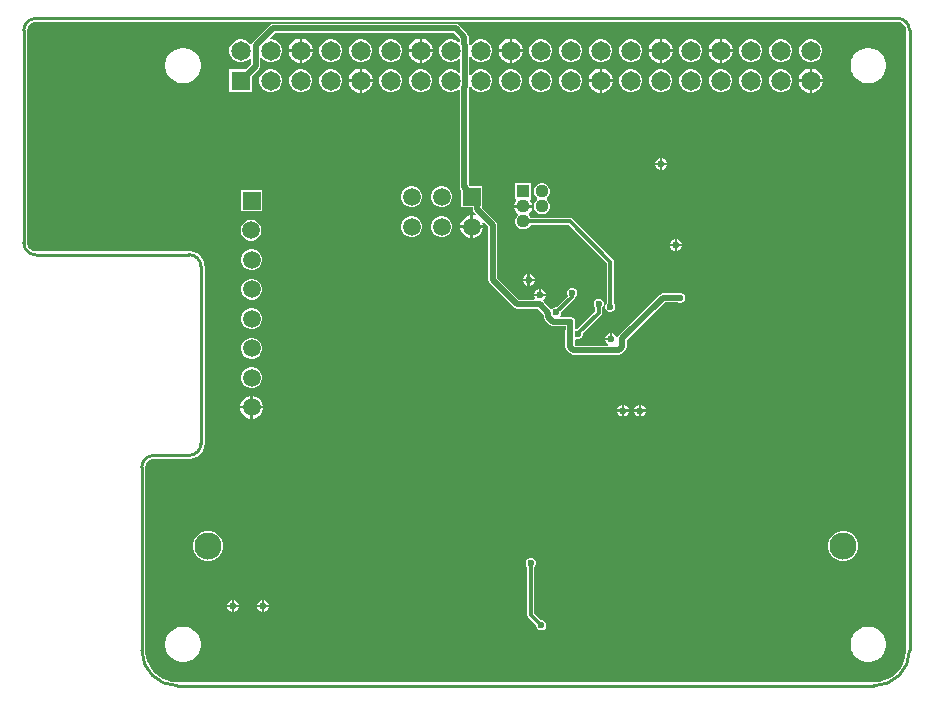
<source format=gbl>
G04*
G04 #@! TF.GenerationSoftware,Altium Limited,Altium Designer,21.1.1 (26)*
G04*
G04 Layer_Physical_Order=2*
G04 Layer_Color=16711680*
%FSAX25Y25*%
%MOIN*%
G70*
G04*
G04 #@! TF.SameCoordinates,385E19C8-3E5E-4D6B-97ED-1EBFA2F8C446*
G04*
G04*
G04 #@! TF.FilePolarity,Positive*
G04*
G01*
G75*
%ADD10C,0.01181*%
%ADD15C,0.01000*%
%ADD32C,0.09055*%
%ADD38C,0.06496*%
%ADD39R,0.06496X0.06496*%
%ADD43C,0.01968*%
%ADD45C,0.05937*%
%ADD46R,0.05937X0.05937*%
%ADD47C,0.04370*%
%ADD48R,0.04370X0.04370*%
%ADD49R,0.05937X0.05937*%
%ADD50C,0.02362*%
G36*
X-0035433Y0221237D02*
X0251969D01*
X0252238Y0221237D01*
X0252766Y0221132D01*
X0253263Y0220926D01*
X0253711Y0220627D01*
X0254091Y0220246D01*
X0254390Y0219798D01*
X0254596Y0219301D01*
X0254701Y0218773D01*
Y0218504D01*
Y0011811D01*
Y0011116D01*
X0254520Y0009737D01*
X0254160Y0008394D01*
X0253628Y0007110D01*
X0252933Y0005906D01*
X0252086Y0004803D01*
X0251103Y0003819D01*
X0250000Y0002973D01*
X0248796Y0002278D01*
X0247511Y0001746D01*
X0246168Y0001386D01*
X0244790Y0001204D01*
X0011116D01*
X0009737Y0001386D01*
X0008394Y0001746D01*
X0007110Y0002278D01*
X0005906Y0002973D01*
X0004803Y0003819D01*
X0003819Y0004803D01*
X0002973Y0005906D01*
X0002278Y0007110D01*
X0001746Y0008394D01*
X0001386Y0009737D01*
X0001204Y0011116D01*
Y0011811D01*
Y0072835D01*
Y0073104D01*
X0001309Y0073632D01*
X0001515Y0074129D01*
X0001814Y0074577D01*
X0002195Y0074957D01*
X0002643Y0075256D01*
X0003140Y0075463D01*
X0003668Y0075568D01*
X0003937Y0075568D01*
X0015748D01*
X0015777Y0075573D01*
X0015807Y0075569D01*
X0016193Y0075588D01*
X0016280Y0075610D01*
X0016369D01*
X0017126Y0075760D01*
X0017235Y0075805D01*
X0017352Y0075829D01*
X0018065Y0076124D01*
X0018163Y0076190D01*
X0018273Y0076235D01*
X0018915Y0076664D01*
X0018999Y0076748D01*
X0019097Y0076814D01*
X0019643Y0077359D01*
X0019709Y0077458D01*
X0019793Y0077542D01*
X0020221Y0078184D01*
X0020267Y0078293D01*
X0020333Y0078392D01*
X0020628Y0079105D01*
X0020651Y0079221D01*
X0020697Y0079331D01*
X0020847Y0080088D01*
Y0080177D01*
X0020869Y0080264D01*
X0020888Y0080650D01*
X0020883Y0080679D01*
X0020889Y0080709D01*
Y0139764D01*
X0020883Y0139793D01*
X0020888Y0139823D01*
X0020869Y0140209D01*
X0020847Y0140295D01*
Y0140385D01*
X0020697Y0141142D01*
X0020651Y0141251D01*
X0020628Y0141367D01*
X0020333Y0142080D01*
X0020267Y0142179D01*
X0020221Y0142289D01*
X0019793Y0142930D01*
X0019709Y0143014D01*
X0019643Y0143113D01*
X0019097Y0143659D01*
X0018999Y0143725D01*
X0018915Y0143808D01*
X0018273Y0144237D01*
X0018163Y0144282D01*
X0018065Y0144349D01*
X0017352Y0144644D01*
X0017235Y0144667D01*
X0017126Y0144712D01*
X0016369Y0144863D01*
X0016280D01*
X0016193Y0144885D01*
X0015807Y0144904D01*
X0015777Y0144899D01*
X0015748Y0144905D01*
X-0035702D01*
X-0036230Y0145010D01*
X-0036727Y0145216D01*
X-0037175Y0145515D01*
X-0037556Y0145896D01*
X-0037855Y0146343D01*
X-0038061Y0146841D01*
X-0038166Y0147369D01*
Y0147638D01*
Y0218504D01*
Y0218773D01*
X-0038061Y0219301D01*
X-0037855Y0219798D01*
X-0037556Y0220246D01*
X-0037175Y0220627D01*
X-0036727Y0220926D01*
X-0036230Y0221132D01*
X-0035702Y0221237D01*
X-0035433Y0221237D01*
D02*
G37*
%LPC*%
G36*
X0104724Y0220600D02*
X0043673D01*
X0043097Y0220485D01*
X0042609Y0220159D01*
X0036928Y0214478D01*
X0036601Y0213990D01*
X0036581Y0213889D01*
X0036054Y0213801D01*
X0035946Y0213989D01*
X0035249Y0214686D01*
X0034396Y0215178D01*
X0033445Y0215433D01*
X0032460D01*
X0031509Y0215178D01*
X0030656Y0214686D01*
X0029960Y0213989D01*
X0029467Y0213137D01*
X0029213Y0212185D01*
Y0211200D01*
X0029467Y0210249D01*
X0029960Y0209396D01*
X0030656Y0208700D01*
X0031509Y0208208D01*
X0032460Y0207953D01*
X0033445D01*
X0034396Y0208208D01*
X0035249Y0208700D01*
X0035946Y0209396D01*
X0035987Y0209468D01*
X0036487Y0209334D01*
Y0207356D01*
X0034564Y0205433D01*
X0029213D01*
Y0197953D01*
X0036693D01*
Y0203304D01*
X0039057Y0205668D01*
X0039057Y0205668D01*
X0039383Y0206156D01*
X0039497Y0206732D01*
X0039497Y0206732D01*
Y0209273D01*
X0039703Y0209328D01*
X0039997Y0209359D01*
X0040656Y0208700D01*
X0041509Y0208208D01*
X0042460Y0207953D01*
X0043445D01*
X0044396Y0208208D01*
X0045249Y0208700D01*
X0045946Y0209396D01*
X0046438Y0210249D01*
X0046693Y0211200D01*
Y0212185D01*
X0046438Y0213137D01*
X0045946Y0213989D01*
X0045249Y0214686D01*
X0044396Y0215178D01*
X0043445Y0215433D01*
X0042847D01*
X0042640Y0215933D01*
X0044297Y0217589D01*
X0104101D01*
X0105975Y0215715D01*
Y0214667D01*
X0105475Y0214460D01*
X0105249Y0214686D01*
X0104396Y0215178D01*
X0103445Y0215433D01*
X0102460D01*
X0101509Y0215178D01*
X0100656Y0214686D01*
X0099960Y0213989D01*
X0099467Y0213137D01*
X0099213Y0212185D01*
Y0211200D01*
X0099467Y0210249D01*
X0099960Y0209396D01*
X0100656Y0208700D01*
X0101509Y0208208D01*
X0102460Y0207953D01*
X0103445D01*
X0104396Y0208208D01*
X0105249Y0208700D01*
X0105672Y0209123D01*
X0106172Y0208915D01*
Y0204470D01*
X0105672Y0204263D01*
X0105249Y0204686D01*
X0104396Y0205178D01*
X0103445Y0205433D01*
X0102460D01*
X0101509Y0205178D01*
X0100656Y0204686D01*
X0099960Y0203989D01*
X0099467Y0203137D01*
X0099213Y0202185D01*
Y0201201D01*
X0099467Y0200249D01*
X0099960Y0199396D01*
X0100656Y0198700D01*
X0101509Y0198208D01*
X0102460Y0197953D01*
X0103445D01*
X0104396Y0198208D01*
X0105249Y0198700D01*
X0105475Y0198926D01*
X0105975Y0198719D01*
Y0166208D01*
X0106090Y0165632D01*
X0106412Y0165150D01*
Y0165055D01*
X0106441Y0164910D01*
Y0159610D01*
X0110283D01*
Y0158782D01*
X0110398Y0158206D01*
X0110724Y0157718D01*
X0111354Y0157088D01*
X0111096Y0156639D01*
X0110396Y0156827D01*
X0110295D01*
Y0153465D01*
X0113657D01*
Y0153565D01*
X0113470Y0154265D01*
X0113918Y0154524D01*
X0115522Y0152920D01*
Y0135256D01*
X0115637Y0134680D01*
X0115963Y0134192D01*
X0124037Y0126117D01*
X0124526Y0125791D01*
X0125102Y0125676D01*
X0131898D01*
X0131912Y0125671D01*
X0133954Y0123629D01*
Y0123024D01*
X0134068Y0122448D01*
X0134395Y0121959D01*
X0136132Y0120222D01*
X0136621Y0119895D01*
X0137197Y0119781D01*
X0137197Y0119781D01*
X0141238D01*
Y0118659D01*
X0141211Y0118522D01*
Y0112964D01*
X0141326Y0112388D01*
X0141652Y0111900D01*
X0142805Y0110747D01*
X0143294Y0110420D01*
X0143870Y0110306D01*
X0158985D01*
X0159561Y0110420D01*
X0160049Y0110747D01*
X0161127Y0111824D01*
X0161453Y0112313D01*
X0161568Y0112889D01*
Y0114440D01*
X0161811Y0115027D01*
Y0115279D01*
X0174310Y0127778D01*
X0178789D01*
X0179195Y0127610D01*
X0179860D01*
X0180475Y0127864D01*
X0180946Y0128335D01*
X0181201Y0128950D01*
Y0129616D01*
X0180946Y0130231D01*
X0180475Y0130701D01*
X0179860Y0130956D01*
X0179195D01*
X0178789Y0130788D01*
X0173686D01*
X0173110Y0130674D01*
X0172622Y0130347D01*
X0159149Y0116874D01*
X0158873Y0116462D01*
X0158719Y0116308D01*
X0158717Y0116302D01*
X0158176Y0116302D01*
X0158032Y0116651D01*
X0157478Y0117204D01*
X0156756Y0117503D01*
Y0115536D01*
X0156363D01*
Y0115142D01*
X0154395D01*
X0154694Y0114420D01*
X0155248Y0113867D01*
X0155369Y0113816D01*
X0155270Y0113316D01*
X0144493D01*
X0144222Y0113588D01*
Y0115357D01*
X0144722Y0115683D01*
X0145041Y0115551D01*
X0145707D01*
X0146322Y0115806D01*
X0146792Y0116277D01*
X0147047Y0116892D01*
Y0117533D01*
X0153044Y0123530D01*
X0153284Y0123889D01*
X0153368Y0124311D01*
Y0126100D01*
X0153682Y0126414D01*
X0153937Y0127029D01*
Y0127695D01*
X0153682Y0128310D01*
X0153212Y0128781D01*
X0152597Y0129035D01*
X0151931D01*
X0151316Y0128781D01*
X0150845Y0128310D01*
X0150591Y0127695D01*
Y0127029D01*
X0150845Y0126414D01*
X0151160Y0126100D01*
Y0124768D01*
X0145289Y0118898D01*
X0145041D01*
X0144749Y0118777D01*
X0144249Y0119111D01*
Y0120366D01*
X0144492Y0120953D01*
Y0121619D01*
X0144238Y0122234D01*
X0143767Y0122705D01*
X0143152Y0122959D01*
X0142486D01*
X0142081Y0122791D01*
X0139394D01*
X0139381Y0122811D01*
X0139240Y0123291D01*
X0139608Y0123659D01*
X0139862Y0124274D01*
Y0124718D01*
X0144055Y0128911D01*
X0144294Y0129269D01*
X0144329Y0129446D01*
X0144448Y0129495D01*
X0144919Y0129965D01*
X0145174Y0130580D01*
Y0131246D01*
X0144919Y0131861D01*
X0144448Y0132332D01*
X0143833Y0132586D01*
X0143167D01*
X0142552Y0132332D01*
X0142082Y0131861D01*
X0141827Y0131246D01*
Y0130580D01*
X0142054Y0130032D01*
X0138301Y0126279D01*
X0137856D01*
X0137241Y0126025D01*
X0136880Y0125663D01*
X0136388Y0125584D01*
X0136246Y0125594D01*
X0134041Y0127799D01*
X0133956Y0128005D01*
X0133774Y0128471D01*
X0134327Y0129024D01*
X0134626Y0129746D01*
X0130691D01*
X0130922Y0129187D01*
X0130674Y0128687D01*
X0125725D01*
X0118533Y0135879D01*
Y0153543D01*
X0118533Y0153543D01*
X0118418Y0154119D01*
X0118092Y0154608D01*
X0118092Y0154608D01*
X0113523Y0159177D01*
X0113362Y0159610D01*
X0113362Y0159610D01*
X0113362D01*
X0113362Y0159610D01*
Y0166532D01*
X0109185D01*
X0108986Y0166830D01*
Y0199037D01*
X0109068Y0199160D01*
X0109183Y0199736D01*
Y0199743D01*
X0109683Y0199877D01*
X0109960Y0199396D01*
X0110656Y0198700D01*
X0111509Y0198208D01*
X0112460Y0197953D01*
X0113445D01*
X0114396Y0198208D01*
X0115249Y0198700D01*
X0115946Y0199396D01*
X0116438Y0200249D01*
X0116693Y0201201D01*
Y0202185D01*
X0116438Y0203137D01*
X0115946Y0203989D01*
X0115249Y0204686D01*
X0114396Y0205178D01*
X0113445Y0205433D01*
X0112460D01*
X0111509Y0205178D01*
X0110656Y0204686D01*
X0109960Y0203989D01*
X0109683Y0203509D01*
X0109183Y0203643D01*
Y0209743D01*
X0109683Y0209877D01*
X0109960Y0209396D01*
X0110656Y0208700D01*
X0111509Y0208208D01*
X0112460Y0207953D01*
X0113445D01*
X0114396Y0208208D01*
X0115249Y0208700D01*
X0115946Y0209396D01*
X0116438Y0210249D01*
X0116693Y0211200D01*
Y0212185D01*
X0116438Y0213137D01*
X0115946Y0213989D01*
X0115249Y0214686D01*
X0114396Y0215178D01*
X0113445Y0215433D01*
X0112460D01*
X0111509Y0215178D01*
X0110656Y0214686D01*
X0109960Y0213989D01*
X0109683Y0213509D01*
X0109183Y0213643D01*
Y0213650D01*
X0109068Y0214226D01*
X0108986Y0214349D01*
Y0216338D01*
X0108986Y0216339D01*
X0108871Y0216915D01*
X0108545Y0217403D01*
X0108545Y0217403D01*
X0105789Y0220159D01*
X0105300Y0220485D01*
X0104724Y0220600D01*
D02*
G37*
G36*
X0173484Y0215728D02*
X0173346D01*
Y0212087D01*
X0176988D01*
Y0212224D01*
X0176713Y0213250D01*
X0176182Y0214171D01*
X0175431Y0214922D01*
X0174510Y0215453D01*
X0173484Y0215728D01*
D02*
G37*
G36*
X0123484D02*
X0123346D01*
Y0212087D01*
X0126988D01*
Y0212224D01*
X0126713Y0213250D01*
X0126182Y0214171D01*
X0125431Y0214922D01*
X0124510Y0215453D01*
X0123484Y0215728D01*
D02*
G37*
G36*
X0093484D02*
X0093347D01*
Y0212087D01*
X0096988D01*
Y0212224D01*
X0096713Y0213250D01*
X0096182Y0214171D01*
X0095431Y0214922D01*
X0094510Y0215453D01*
X0093484Y0215728D01*
D02*
G37*
G36*
X0053484D02*
X0053347D01*
Y0212087D01*
X0056988D01*
Y0212224D01*
X0056713Y0213250D01*
X0056182Y0214171D01*
X0055431Y0214922D01*
X0054510Y0215453D01*
X0053484Y0215728D01*
D02*
G37*
G36*
X0193484D02*
X0193347D01*
Y0212087D01*
X0196988D01*
Y0212224D01*
X0196713Y0213250D01*
X0196182Y0214171D01*
X0195431Y0214922D01*
X0194510Y0215453D01*
X0193484Y0215728D01*
D02*
G37*
G36*
X0172559D02*
X0172422D01*
X0171395Y0215453D01*
X0170475Y0214922D01*
X0169724Y0214171D01*
X0169192Y0213250D01*
X0168917Y0212224D01*
Y0212087D01*
X0172559D01*
Y0215728D01*
D02*
G37*
G36*
X0122559D02*
X0122422D01*
X0121395Y0215453D01*
X0120475Y0214922D01*
X0119724Y0214171D01*
X0119192Y0213250D01*
X0118917Y0212224D01*
Y0212087D01*
X0122559D01*
Y0215728D01*
D02*
G37*
G36*
X0092559D02*
X0092422D01*
X0091395Y0215453D01*
X0090475Y0214922D01*
X0089724Y0214171D01*
X0089192Y0213250D01*
X0088917Y0212224D01*
Y0212087D01*
X0092559D01*
Y0215728D01*
D02*
G37*
G36*
X0052559D02*
X0052421D01*
X0051395Y0215453D01*
X0050475Y0214922D01*
X0049724Y0214171D01*
X0049192Y0213250D01*
X0048917Y0212224D01*
Y0212087D01*
X0052559D01*
Y0215728D01*
D02*
G37*
G36*
X0192559D02*
X0192421D01*
X0191395Y0215453D01*
X0190475Y0214922D01*
X0189724Y0214171D01*
X0189192Y0213250D01*
X0188917Y0212224D01*
Y0212087D01*
X0192559D01*
Y0215728D01*
D02*
G37*
G36*
X0223445Y0215433D02*
X0222460D01*
X0221509Y0215178D01*
X0220656Y0214686D01*
X0219960Y0213989D01*
X0219467Y0213137D01*
X0219213Y0212185D01*
Y0211200D01*
X0219467Y0210249D01*
X0219960Y0209396D01*
X0220656Y0208700D01*
X0221509Y0208208D01*
X0222460Y0207953D01*
X0223445D01*
X0224396Y0208208D01*
X0225249Y0208700D01*
X0225946Y0209396D01*
X0226438Y0210249D01*
X0226693Y0211200D01*
Y0212185D01*
X0226438Y0213137D01*
X0225946Y0213989D01*
X0225249Y0214686D01*
X0224396Y0215178D01*
X0223445Y0215433D01*
D02*
G37*
G36*
X0213445D02*
X0212460D01*
X0211509Y0215178D01*
X0210656Y0214686D01*
X0209960Y0213989D01*
X0209468Y0213137D01*
X0209213Y0212185D01*
Y0211200D01*
X0209468Y0210249D01*
X0209960Y0209396D01*
X0210656Y0208700D01*
X0211509Y0208208D01*
X0212460Y0207953D01*
X0213445D01*
X0214396Y0208208D01*
X0215249Y0208700D01*
X0215946Y0209396D01*
X0216438Y0210249D01*
X0216693Y0211200D01*
Y0212185D01*
X0216438Y0213137D01*
X0215946Y0213989D01*
X0215249Y0214686D01*
X0214396Y0215178D01*
X0213445Y0215433D01*
D02*
G37*
G36*
X0203445D02*
X0202460D01*
X0201509Y0215178D01*
X0200656Y0214686D01*
X0199960Y0213989D01*
X0199468Y0213137D01*
X0199213Y0212185D01*
Y0211200D01*
X0199468Y0210249D01*
X0199960Y0209396D01*
X0200656Y0208700D01*
X0201509Y0208208D01*
X0202460Y0207953D01*
X0203445D01*
X0204396Y0208208D01*
X0205249Y0208700D01*
X0205946Y0209396D01*
X0206438Y0210249D01*
X0206693Y0211200D01*
Y0212185D01*
X0206438Y0213137D01*
X0205946Y0213989D01*
X0205249Y0214686D01*
X0204396Y0215178D01*
X0203445Y0215433D01*
D02*
G37*
G36*
X0183445D02*
X0182460D01*
X0181509Y0215178D01*
X0180656Y0214686D01*
X0179960Y0213989D01*
X0179467Y0213137D01*
X0179213Y0212185D01*
Y0211200D01*
X0179467Y0210249D01*
X0179960Y0209396D01*
X0180656Y0208700D01*
X0181509Y0208208D01*
X0182460Y0207953D01*
X0183445D01*
X0184396Y0208208D01*
X0185249Y0208700D01*
X0185946Y0209396D01*
X0186438Y0210249D01*
X0186693Y0211200D01*
Y0212185D01*
X0186438Y0213137D01*
X0185946Y0213989D01*
X0185249Y0214686D01*
X0184396Y0215178D01*
X0183445Y0215433D01*
D02*
G37*
G36*
X0163445D02*
X0162460D01*
X0161509Y0215178D01*
X0160656Y0214686D01*
X0159960Y0213989D01*
X0159467Y0213137D01*
X0159213Y0212185D01*
Y0211200D01*
X0159467Y0210249D01*
X0159960Y0209396D01*
X0160656Y0208700D01*
X0161509Y0208208D01*
X0162460Y0207953D01*
X0163445D01*
X0164396Y0208208D01*
X0165249Y0208700D01*
X0165946Y0209396D01*
X0166438Y0210249D01*
X0166693Y0211200D01*
Y0212185D01*
X0166438Y0213137D01*
X0165946Y0213989D01*
X0165249Y0214686D01*
X0164396Y0215178D01*
X0163445Y0215433D01*
D02*
G37*
G36*
X0153445D02*
X0152460D01*
X0151509Y0215178D01*
X0150656Y0214686D01*
X0149960Y0213989D01*
X0149468Y0213137D01*
X0149213Y0212185D01*
Y0211200D01*
X0149468Y0210249D01*
X0149960Y0209396D01*
X0150656Y0208700D01*
X0151509Y0208208D01*
X0152460Y0207953D01*
X0153445D01*
X0154396Y0208208D01*
X0155249Y0208700D01*
X0155946Y0209396D01*
X0156438Y0210249D01*
X0156693Y0211200D01*
Y0212185D01*
X0156438Y0213137D01*
X0155946Y0213989D01*
X0155249Y0214686D01*
X0154396Y0215178D01*
X0153445Y0215433D01*
D02*
G37*
G36*
X0143445D02*
X0142460D01*
X0141509Y0215178D01*
X0140656Y0214686D01*
X0139960Y0213989D01*
X0139468Y0213137D01*
X0139213Y0212185D01*
Y0211200D01*
X0139468Y0210249D01*
X0139960Y0209396D01*
X0140656Y0208700D01*
X0141509Y0208208D01*
X0142460Y0207953D01*
X0143445D01*
X0144396Y0208208D01*
X0145249Y0208700D01*
X0145946Y0209396D01*
X0146438Y0210249D01*
X0146693Y0211200D01*
Y0212185D01*
X0146438Y0213137D01*
X0145946Y0213989D01*
X0145249Y0214686D01*
X0144396Y0215178D01*
X0143445Y0215433D01*
D02*
G37*
G36*
X0133445D02*
X0132460D01*
X0131509Y0215178D01*
X0130656Y0214686D01*
X0129960Y0213989D01*
X0129467Y0213137D01*
X0129213Y0212185D01*
Y0211200D01*
X0129467Y0210249D01*
X0129960Y0209396D01*
X0130656Y0208700D01*
X0131509Y0208208D01*
X0132460Y0207953D01*
X0133445D01*
X0134396Y0208208D01*
X0135249Y0208700D01*
X0135946Y0209396D01*
X0136438Y0210249D01*
X0136693Y0211200D01*
Y0212185D01*
X0136438Y0213137D01*
X0135946Y0213989D01*
X0135249Y0214686D01*
X0134396Y0215178D01*
X0133445Y0215433D01*
D02*
G37*
G36*
X0083445D02*
X0082460D01*
X0081509Y0215178D01*
X0080656Y0214686D01*
X0079960Y0213989D01*
X0079467Y0213137D01*
X0079213Y0212185D01*
Y0211200D01*
X0079467Y0210249D01*
X0079960Y0209396D01*
X0080656Y0208700D01*
X0081509Y0208208D01*
X0082460Y0207953D01*
X0083445D01*
X0084396Y0208208D01*
X0085249Y0208700D01*
X0085946Y0209396D01*
X0086438Y0210249D01*
X0086693Y0211200D01*
Y0212185D01*
X0086438Y0213137D01*
X0085946Y0213989D01*
X0085249Y0214686D01*
X0084396Y0215178D01*
X0083445Y0215433D01*
D02*
G37*
G36*
X0073445D02*
X0072460D01*
X0071509Y0215178D01*
X0070656Y0214686D01*
X0069960Y0213989D01*
X0069468Y0213137D01*
X0069213Y0212185D01*
Y0211200D01*
X0069468Y0210249D01*
X0069960Y0209396D01*
X0070656Y0208700D01*
X0071509Y0208208D01*
X0072460Y0207953D01*
X0073445D01*
X0074396Y0208208D01*
X0075249Y0208700D01*
X0075946Y0209396D01*
X0076438Y0210249D01*
X0076693Y0211200D01*
Y0212185D01*
X0076438Y0213137D01*
X0075946Y0213989D01*
X0075249Y0214686D01*
X0074396Y0215178D01*
X0073445Y0215433D01*
D02*
G37*
G36*
X0063445D02*
X0062460D01*
X0061509Y0215178D01*
X0060656Y0214686D01*
X0059960Y0213989D01*
X0059468Y0213137D01*
X0059213Y0212185D01*
Y0211200D01*
X0059468Y0210249D01*
X0059960Y0209396D01*
X0060656Y0208700D01*
X0061509Y0208208D01*
X0062460Y0207953D01*
X0063445D01*
X0064396Y0208208D01*
X0065249Y0208700D01*
X0065946Y0209396D01*
X0066438Y0210249D01*
X0066693Y0211200D01*
Y0212185D01*
X0066438Y0213137D01*
X0065946Y0213989D01*
X0065249Y0214686D01*
X0064396Y0215178D01*
X0063445Y0215433D01*
D02*
G37*
G36*
X0196988Y0211299D02*
X0193347D01*
Y0207658D01*
X0193484D01*
X0194510Y0207932D01*
X0195431Y0208464D01*
X0196182Y0209215D01*
X0196713Y0210135D01*
X0196988Y0211162D01*
Y0211299D01*
D02*
G37*
G36*
X0192559D02*
X0188917D01*
Y0211162D01*
X0189192Y0210135D01*
X0189724Y0209215D01*
X0190475Y0208464D01*
X0191395Y0207932D01*
X0192421Y0207658D01*
X0192559D01*
Y0211299D01*
D02*
G37*
G36*
X0176988D02*
X0173346D01*
Y0207658D01*
X0173484D01*
X0174510Y0207932D01*
X0175431Y0208464D01*
X0176182Y0209215D01*
X0176713Y0210135D01*
X0176988Y0211162D01*
Y0211299D01*
D02*
G37*
G36*
X0172559D02*
X0168917D01*
Y0211162D01*
X0169192Y0210135D01*
X0169724Y0209215D01*
X0170475Y0208464D01*
X0171395Y0207932D01*
X0172422Y0207658D01*
X0172559D01*
Y0211299D01*
D02*
G37*
G36*
X0126988D02*
X0123346D01*
Y0207658D01*
X0123484D01*
X0124510Y0207932D01*
X0125431Y0208464D01*
X0126182Y0209215D01*
X0126713Y0210135D01*
X0126988Y0211162D01*
Y0211299D01*
D02*
G37*
G36*
X0122559D02*
X0118917D01*
Y0211162D01*
X0119192Y0210135D01*
X0119724Y0209215D01*
X0120475Y0208464D01*
X0121395Y0207932D01*
X0122422Y0207658D01*
X0122559D01*
Y0211299D01*
D02*
G37*
G36*
X0096988D02*
X0093347D01*
Y0207658D01*
X0093484D01*
X0094510Y0207932D01*
X0095431Y0208464D01*
X0096182Y0209215D01*
X0096713Y0210135D01*
X0096988Y0211162D01*
Y0211299D01*
D02*
G37*
G36*
X0092559D02*
X0088917D01*
Y0211162D01*
X0089192Y0210135D01*
X0089724Y0209215D01*
X0090475Y0208464D01*
X0091395Y0207932D01*
X0092422Y0207658D01*
X0092559D01*
Y0211299D01*
D02*
G37*
G36*
X0056988D02*
X0053347D01*
Y0207658D01*
X0053484D01*
X0054510Y0207932D01*
X0055431Y0208464D01*
X0056182Y0209215D01*
X0056713Y0210135D01*
X0056988Y0211162D01*
Y0211299D01*
D02*
G37*
G36*
X0052559D02*
X0048917D01*
Y0211162D01*
X0049192Y0210135D01*
X0049724Y0209215D01*
X0050475Y0208464D01*
X0051395Y0207932D01*
X0052421Y0207658D01*
X0052559D01*
Y0211299D01*
D02*
G37*
G36*
X0073484Y0205728D02*
X0073347D01*
Y0202087D01*
X0076988D01*
Y0202224D01*
X0076713Y0203251D01*
X0076182Y0204171D01*
X0075431Y0204922D01*
X0074510Y0205453D01*
X0073484Y0205728D01*
D02*
G37*
G36*
X0223484D02*
X0223346D01*
Y0202087D01*
X0226988D01*
Y0202224D01*
X0226713Y0203251D01*
X0226182Y0204171D01*
X0225431Y0204922D01*
X0224510Y0205453D01*
X0223484Y0205728D01*
D02*
G37*
G36*
X0153484D02*
X0153347D01*
Y0202087D01*
X0156988D01*
Y0202224D01*
X0156713Y0203251D01*
X0156182Y0204171D01*
X0155431Y0204922D01*
X0154510Y0205453D01*
X0153484Y0205728D01*
D02*
G37*
G36*
X0072559D02*
X0072421D01*
X0071395Y0205453D01*
X0070475Y0204922D01*
X0069724Y0204171D01*
X0069192Y0203251D01*
X0068917Y0202224D01*
Y0202087D01*
X0072559D01*
Y0205728D01*
D02*
G37*
G36*
X0222559D02*
X0222422D01*
X0221395Y0205453D01*
X0220475Y0204922D01*
X0219724Y0204171D01*
X0219192Y0203251D01*
X0218917Y0202224D01*
Y0202087D01*
X0222559D01*
Y0205728D01*
D02*
G37*
G36*
X0152559D02*
X0152421D01*
X0151395Y0205453D01*
X0150475Y0204922D01*
X0149724Y0204171D01*
X0149192Y0203251D01*
X0148917Y0202224D01*
Y0202087D01*
X0152559D01*
Y0205728D01*
D02*
G37*
G36*
X0242708Y0212598D02*
X0241544D01*
X0240403Y0212371D01*
X0239329Y0211926D01*
X0238361Y0211280D01*
X0237539Y0210457D01*
X0236893Y0209490D01*
X0236447Y0208416D01*
X0236221Y0207275D01*
Y0206111D01*
X0236447Y0204970D01*
X0236893Y0203896D01*
X0237539Y0202928D01*
X0238361Y0202106D01*
X0239329Y0201460D01*
X0240403Y0201014D01*
X0241544Y0200787D01*
X0242708D01*
X0243848Y0201014D01*
X0244923Y0201460D01*
X0245890Y0202106D01*
X0246713Y0202928D01*
X0247359Y0203896D01*
X0247804Y0204970D01*
X0248031Y0206111D01*
Y0207275D01*
X0247804Y0208416D01*
X0247359Y0209490D01*
X0246713Y0210457D01*
X0245890Y0211280D01*
X0244923Y0211926D01*
X0243848Y0212371D01*
X0242708Y0212598D01*
D02*
G37*
G36*
X0014361D02*
X0013198D01*
X0012057Y0212371D01*
X0010982Y0211926D01*
X0010015Y0211280D01*
X0009192Y0210457D01*
X0008546Y0209490D01*
X0008101Y0208416D01*
X0007874Y0207275D01*
Y0206111D01*
X0008101Y0204970D01*
X0008546Y0203896D01*
X0009192Y0202928D01*
X0010015Y0202106D01*
X0010982Y0201460D01*
X0012057Y0201014D01*
X0013198Y0200787D01*
X0014361D01*
X0015502Y0201014D01*
X0016577Y0201460D01*
X0017544Y0202106D01*
X0018367Y0202928D01*
X0019013Y0203896D01*
X0019458Y0204970D01*
X0019685Y0206111D01*
Y0207275D01*
X0019458Y0208416D01*
X0019013Y0209490D01*
X0018367Y0210457D01*
X0017544Y0211280D01*
X0016577Y0211926D01*
X0015502Y0212371D01*
X0014361Y0212598D01*
D02*
G37*
G36*
X0213445Y0205433D02*
X0212460D01*
X0211509Y0205178D01*
X0210656Y0204686D01*
X0209960Y0203989D01*
X0209468Y0203137D01*
X0209213Y0202185D01*
Y0201201D01*
X0209468Y0200249D01*
X0209960Y0199396D01*
X0210656Y0198700D01*
X0211509Y0198208D01*
X0212460Y0197953D01*
X0213445D01*
X0214396Y0198208D01*
X0215249Y0198700D01*
X0215946Y0199396D01*
X0216438Y0200249D01*
X0216693Y0201201D01*
Y0202185D01*
X0216438Y0203137D01*
X0215946Y0203989D01*
X0215249Y0204686D01*
X0214396Y0205178D01*
X0213445Y0205433D01*
D02*
G37*
G36*
X0203445D02*
X0202460D01*
X0201509Y0205178D01*
X0200656Y0204686D01*
X0199960Y0203989D01*
X0199468Y0203137D01*
X0199213Y0202185D01*
Y0201201D01*
X0199468Y0200249D01*
X0199960Y0199396D01*
X0200656Y0198700D01*
X0201509Y0198208D01*
X0202460Y0197953D01*
X0203445D01*
X0204396Y0198208D01*
X0205249Y0198700D01*
X0205946Y0199396D01*
X0206438Y0200249D01*
X0206693Y0201201D01*
Y0202185D01*
X0206438Y0203137D01*
X0205946Y0203989D01*
X0205249Y0204686D01*
X0204396Y0205178D01*
X0203445Y0205433D01*
D02*
G37*
G36*
X0193445D02*
X0192460D01*
X0191509Y0205178D01*
X0190656Y0204686D01*
X0189960Y0203989D01*
X0189468Y0203137D01*
X0189213Y0202185D01*
Y0201201D01*
X0189468Y0200249D01*
X0189960Y0199396D01*
X0190656Y0198700D01*
X0191509Y0198208D01*
X0192460Y0197953D01*
X0193445D01*
X0194396Y0198208D01*
X0195249Y0198700D01*
X0195946Y0199396D01*
X0196438Y0200249D01*
X0196693Y0201201D01*
Y0202185D01*
X0196438Y0203137D01*
X0195946Y0203989D01*
X0195249Y0204686D01*
X0194396Y0205178D01*
X0193445Y0205433D01*
D02*
G37*
G36*
X0183445D02*
X0182460D01*
X0181509Y0205178D01*
X0180656Y0204686D01*
X0179960Y0203989D01*
X0179467Y0203137D01*
X0179213Y0202185D01*
Y0201201D01*
X0179467Y0200249D01*
X0179960Y0199396D01*
X0180656Y0198700D01*
X0181509Y0198208D01*
X0182460Y0197953D01*
X0183445D01*
X0184396Y0198208D01*
X0185249Y0198700D01*
X0185946Y0199396D01*
X0186438Y0200249D01*
X0186693Y0201201D01*
Y0202185D01*
X0186438Y0203137D01*
X0185946Y0203989D01*
X0185249Y0204686D01*
X0184396Y0205178D01*
X0183445Y0205433D01*
D02*
G37*
G36*
X0173445D02*
X0172460D01*
X0171509Y0205178D01*
X0170656Y0204686D01*
X0169960Y0203989D01*
X0169467Y0203137D01*
X0169213Y0202185D01*
Y0201201D01*
X0169467Y0200249D01*
X0169960Y0199396D01*
X0170656Y0198700D01*
X0171509Y0198208D01*
X0172460Y0197953D01*
X0173445D01*
X0174396Y0198208D01*
X0175249Y0198700D01*
X0175946Y0199396D01*
X0176438Y0200249D01*
X0176693Y0201201D01*
Y0202185D01*
X0176438Y0203137D01*
X0175946Y0203989D01*
X0175249Y0204686D01*
X0174396Y0205178D01*
X0173445Y0205433D01*
D02*
G37*
G36*
X0163445D02*
X0162460D01*
X0161509Y0205178D01*
X0160656Y0204686D01*
X0159960Y0203989D01*
X0159467Y0203137D01*
X0159213Y0202185D01*
Y0201201D01*
X0159467Y0200249D01*
X0159960Y0199396D01*
X0160656Y0198700D01*
X0161509Y0198208D01*
X0162460Y0197953D01*
X0163445D01*
X0164396Y0198208D01*
X0165249Y0198700D01*
X0165946Y0199396D01*
X0166438Y0200249D01*
X0166693Y0201201D01*
Y0202185D01*
X0166438Y0203137D01*
X0165946Y0203989D01*
X0165249Y0204686D01*
X0164396Y0205178D01*
X0163445Y0205433D01*
D02*
G37*
G36*
X0143445D02*
X0142460D01*
X0141509Y0205178D01*
X0140656Y0204686D01*
X0139960Y0203989D01*
X0139468Y0203137D01*
X0139213Y0202185D01*
Y0201201D01*
X0139468Y0200249D01*
X0139960Y0199396D01*
X0140656Y0198700D01*
X0141509Y0198208D01*
X0142460Y0197953D01*
X0143445D01*
X0144396Y0198208D01*
X0145249Y0198700D01*
X0145946Y0199396D01*
X0146438Y0200249D01*
X0146693Y0201201D01*
Y0202185D01*
X0146438Y0203137D01*
X0145946Y0203989D01*
X0145249Y0204686D01*
X0144396Y0205178D01*
X0143445Y0205433D01*
D02*
G37*
G36*
X0133445D02*
X0132460D01*
X0131509Y0205178D01*
X0130656Y0204686D01*
X0129960Y0203989D01*
X0129467Y0203137D01*
X0129213Y0202185D01*
Y0201201D01*
X0129467Y0200249D01*
X0129960Y0199396D01*
X0130656Y0198700D01*
X0131509Y0198208D01*
X0132460Y0197953D01*
X0133445D01*
X0134396Y0198208D01*
X0135249Y0198700D01*
X0135946Y0199396D01*
X0136438Y0200249D01*
X0136693Y0201201D01*
Y0202185D01*
X0136438Y0203137D01*
X0135946Y0203989D01*
X0135249Y0204686D01*
X0134396Y0205178D01*
X0133445Y0205433D01*
D02*
G37*
G36*
X0123445D02*
X0122460D01*
X0121509Y0205178D01*
X0120656Y0204686D01*
X0119960Y0203989D01*
X0119467Y0203137D01*
X0119213Y0202185D01*
Y0201201D01*
X0119467Y0200249D01*
X0119960Y0199396D01*
X0120656Y0198700D01*
X0121509Y0198208D01*
X0122460Y0197953D01*
X0123445D01*
X0124396Y0198208D01*
X0125249Y0198700D01*
X0125946Y0199396D01*
X0126438Y0200249D01*
X0126693Y0201201D01*
Y0202185D01*
X0126438Y0203137D01*
X0125946Y0203989D01*
X0125249Y0204686D01*
X0124396Y0205178D01*
X0123445Y0205433D01*
D02*
G37*
G36*
X0093445D02*
X0092460D01*
X0091509Y0205178D01*
X0090656Y0204686D01*
X0089960Y0203989D01*
X0089468Y0203137D01*
X0089213Y0202185D01*
Y0201201D01*
X0089468Y0200249D01*
X0089960Y0199396D01*
X0090656Y0198700D01*
X0091509Y0198208D01*
X0092460Y0197953D01*
X0093445D01*
X0094396Y0198208D01*
X0095249Y0198700D01*
X0095946Y0199396D01*
X0096438Y0200249D01*
X0096693Y0201201D01*
Y0202185D01*
X0096438Y0203137D01*
X0095946Y0203989D01*
X0095249Y0204686D01*
X0094396Y0205178D01*
X0093445Y0205433D01*
D02*
G37*
G36*
X0083445D02*
X0082460D01*
X0081509Y0205178D01*
X0080656Y0204686D01*
X0079960Y0203989D01*
X0079467Y0203137D01*
X0079213Y0202185D01*
Y0201201D01*
X0079467Y0200249D01*
X0079960Y0199396D01*
X0080656Y0198700D01*
X0081509Y0198208D01*
X0082460Y0197953D01*
X0083445D01*
X0084396Y0198208D01*
X0085249Y0198700D01*
X0085946Y0199396D01*
X0086438Y0200249D01*
X0086693Y0201201D01*
Y0202185D01*
X0086438Y0203137D01*
X0085946Y0203989D01*
X0085249Y0204686D01*
X0084396Y0205178D01*
X0083445Y0205433D01*
D02*
G37*
G36*
X0063445D02*
X0062460D01*
X0061509Y0205178D01*
X0060656Y0204686D01*
X0059960Y0203989D01*
X0059468Y0203137D01*
X0059213Y0202185D01*
Y0201201D01*
X0059468Y0200249D01*
X0059960Y0199396D01*
X0060656Y0198700D01*
X0061509Y0198208D01*
X0062460Y0197953D01*
X0063445D01*
X0064396Y0198208D01*
X0065249Y0198700D01*
X0065946Y0199396D01*
X0066438Y0200249D01*
X0066693Y0201201D01*
Y0202185D01*
X0066438Y0203137D01*
X0065946Y0203989D01*
X0065249Y0204686D01*
X0064396Y0205178D01*
X0063445Y0205433D01*
D02*
G37*
G36*
X0053445D02*
X0052460D01*
X0051509Y0205178D01*
X0050656Y0204686D01*
X0049960Y0203989D01*
X0049468Y0203137D01*
X0049213Y0202185D01*
Y0201201D01*
X0049468Y0200249D01*
X0049960Y0199396D01*
X0050656Y0198700D01*
X0051509Y0198208D01*
X0052460Y0197953D01*
X0053445D01*
X0054396Y0198208D01*
X0055249Y0198700D01*
X0055946Y0199396D01*
X0056438Y0200249D01*
X0056693Y0201201D01*
Y0202185D01*
X0056438Y0203137D01*
X0055946Y0203989D01*
X0055249Y0204686D01*
X0054396Y0205178D01*
X0053445Y0205433D01*
D02*
G37*
G36*
X0043445D02*
X0042460D01*
X0041509Y0205178D01*
X0040656Y0204686D01*
X0039960Y0203989D01*
X0039467Y0203137D01*
X0039213Y0202185D01*
Y0201201D01*
X0039467Y0200249D01*
X0039960Y0199396D01*
X0040656Y0198700D01*
X0041509Y0198208D01*
X0042460Y0197953D01*
X0043445D01*
X0044396Y0198208D01*
X0045249Y0198700D01*
X0045946Y0199396D01*
X0046438Y0200249D01*
X0046693Y0201201D01*
Y0202185D01*
X0046438Y0203137D01*
X0045946Y0203989D01*
X0045249Y0204686D01*
X0044396Y0205178D01*
X0043445Y0205433D01*
D02*
G37*
G36*
X0226988Y0201299D02*
X0223346D01*
Y0197658D01*
X0223484D01*
X0224510Y0197933D01*
X0225431Y0198464D01*
X0226182Y0199215D01*
X0226713Y0200135D01*
X0226988Y0201162D01*
Y0201299D01*
D02*
G37*
G36*
X0222559D02*
X0218917D01*
Y0201162D01*
X0219192Y0200135D01*
X0219724Y0199215D01*
X0220475Y0198464D01*
X0221395Y0197933D01*
X0222422Y0197658D01*
X0222559D01*
Y0201299D01*
D02*
G37*
G36*
X0156988D02*
X0153347D01*
Y0197658D01*
X0153484D01*
X0154510Y0197933D01*
X0155431Y0198464D01*
X0156182Y0199215D01*
X0156713Y0200135D01*
X0156988Y0201162D01*
Y0201299D01*
D02*
G37*
G36*
X0152559D02*
X0148917D01*
Y0201162D01*
X0149192Y0200135D01*
X0149724Y0199215D01*
X0150475Y0198464D01*
X0151395Y0197933D01*
X0152421Y0197658D01*
X0152559D01*
Y0201299D01*
D02*
G37*
G36*
X0076988D02*
X0073347D01*
Y0197658D01*
X0073484D01*
X0074510Y0197933D01*
X0075431Y0198464D01*
X0076182Y0199215D01*
X0076713Y0200135D01*
X0076988Y0201162D01*
Y0201299D01*
D02*
G37*
G36*
X0072559D02*
X0068917D01*
Y0201162D01*
X0069192Y0200135D01*
X0069724Y0199215D01*
X0070475Y0198464D01*
X0071395Y0197933D01*
X0072421Y0197658D01*
X0072559D01*
Y0201299D01*
D02*
G37*
G36*
X0173512Y0175904D02*
Y0174330D01*
X0175086D01*
X0174787Y0175051D01*
X0174233Y0175605D01*
X0173512Y0175904D01*
D02*
G37*
G36*
X0172724D02*
X0172003Y0175605D01*
X0171449Y0175051D01*
X0171151Y0174330D01*
X0172724D01*
Y0175904D01*
D02*
G37*
G36*
X0175086Y0173543D02*
X0173512D01*
Y0171969D01*
X0174233Y0172268D01*
X0174787Y0172821D01*
X0175086Y0173543D01*
D02*
G37*
G36*
X0172724D02*
X0171151D01*
X0171449Y0172821D01*
X0172003Y0172268D01*
X0172724Y0171969D01*
Y0173543D01*
D02*
G37*
G36*
X0129831Y0167441D02*
X0124476D01*
Y0162087D01*
X0124619D01*
X0124811Y0161625D01*
X0124775Y0161589D01*
X0124384Y0160911D01*
X0124182Y0160158D01*
X0130125D01*
X0129923Y0160911D01*
X0129532Y0161589D01*
X0129496Y0161625D01*
X0129688Y0162087D01*
X0129831D01*
Y0167441D01*
D02*
G37*
G36*
X0100357Y0166532D02*
X0099446D01*
X0098566Y0166296D01*
X0097777Y0165840D01*
X0097132Y0165196D01*
X0096677Y0164407D01*
X0096441Y0163526D01*
Y0162615D01*
X0096677Y0161735D01*
X0097132Y0160946D01*
X0097777Y0160302D01*
X0098566Y0159846D01*
X0099446Y0159610D01*
X0100357D01*
X0101237Y0159846D01*
X0102026Y0160302D01*
X0102671Y0160946D01*
X0103126Y0161735D01*
X0103362Y0162615D01*
Y0163526D01*
X0103126Y0164407D01*
X0102671Y0165196D01*
X0102026Y0165840D01*
X0101237Y0166296D01*
X0100357Y0166532D01*
D02*
G37*
G36*
X0090357D02*
X0089446D01*
X0088566Y0166296D01*
X0087777Y0165840D01*
X0087132Y0165196D01*
X0086677Y0164407D01*
X0086441Y0163526D01*
Y0162615D01*
X0086677Y0161735D01*
X0087132Y0160946D01*
X0087777Y0160302D01*
X0088566Y0159846D01*
X0089446Y0159610D01*
X0090357D01*
X0091237Y0159846D01*
X0092026Y0160302D01*
X0092671Y0160946D01*
X0093126Y0161735D01*
X0093362Y0162615D01*
Y0163526D01*
X0093126Y0164407D01*
X0092671Y0165196D01*
X0092026Y0165840D01*
X0091237Y0166296D01*
X0090357Y0166532D01*
D02*
G37*
G36*
X0040075Y0165173D02*
X0033154D01*
Y0158252D01*
X0040075D01*
Y0165173D01*
D02*
G37*
G36*
X0133719Y0167441D02*
X0133014D01*
X0132333Y0167259D01*
X0131722Y0166906D01*
X0131224Y0166408D01*
X0130871Y0165797D01*
X0130689Y0165116D01*
Y0164411D01*
X0130871Y0163730D01*
X0131224Y0163120D01*
X0131722Y0162621D01*
X0131842Y0162552D01*
Y0161975D01*
X0131722Y0161906D01*
X0131224Y0161408D01*
X0130871Y0160797D01*
X0130689Y0160116D01*
Y0159411D01*
X0130871Y0158730D01*
X0131224Y0158120D01*
X0131722Y0157622D01*
X0132333Y0157269D01*
X0133014Y0157087D01*
X0133719D01*
X0134399Y0157269D01*
X0135010Y0157622D01*
X0135508Y0158120D01*
X0135861Y0158730D01*
X0136043Y0159411D01*
Y0160116D01*
X0135861Y0160797D01*
X0135508Y0161408D01*
X0135010Y0161906D01*
X0134890Y0161975D01*
Y0162552D01*
X0135010Y0162621D01*
X0135508Y0163120D01*
X0135861Y0163730D01*
X0136043Y0164411D01*
Y0165116D01*
X0135861Y0165797D01*
X0135508Y0166408D01*
X0135010Y0166906D01*
X0134399Y0167259D01*
X0133719Y0167441D01*
D02*
G37*
G36*
X0109508Y0156827D02*
X0109407D01*
X0108452Y0156571D01*
X0107595Y0156076D01*
X0106896Y0155377D01*
X0106402Y0154521D01*
X0106146Y0153565D01*
Y0153465D01*
X0109508D01*
Y0156827D01*
D02*
G37*
G36*
X0100357Y0156532D02*
X0099446D01*
X0098566Y0156296D01*
X0097777Y0155840D01*
X0097132Y0155196D01*
X0096677Y0154407D01*
X0096441Y0153526D01*
Y0152615D01*
X0096677Y0151735D01*
X0097132Y0150946D01*
X0097777Y0150302D01*
X0098566Y0149846D01*
X0099446Y0149610D01*
X0100357D01*
X0101237Y0149846D01*
X0102026Y0150302D01*
X0102671Y0150946D01*
X0103126Y0151735D01*
X0103362Y0152615D01*
Y0153526D01*
X0103126Y0154407D01*
X0102671Y0155196D01*
X0102026Y0155840D01*
X0101237Y0156296D01*
X0100357Y0156532D01*
D02*
G37*
G36*
X0090357D02*
X0089446D01*
X0088566Y0156296D01*
X0087777Y0155840D01*
X0087132Y0155196D01*
X0086677Y0154407D01*
X0086441Y0153526D01*
Y0152615D01*
X0086677Y0151735D01*
X0087132Y0150946D01*
X0087777Y0150302D01*
X0088566Y0149846D01*
X0089446Y0149610D01*
X0090357D01*
X0091237Y0149846D01*
X0092026Y0150302D01*
X0092671Y0150946D01*
X0093126Y0151735D01*
X0093362Y0152615D01*
Y0153526D01*
X0093126Y0154407D01*
X0092671Y0155196D01*
X0092026Y0155840D01*
X0091237Y0156296D01*
X0090357Y0156532D01*
D02*
G37*
G36*
X0113657Y0152677D02*
X0110295D01*
Y0149315D01*
X0110396D01*
X0111351Y0149571D01*
X0112208Y0150065D01*
X0112907Y0150765D01*
X0113401Y0151621D01*
X0113657Y0152576D01*
Y0152677D01*
D02*
G37*
G36*
X0109508D02*
X0106146D01*
Y0152576D01*
X0106402Y0151621D01*
X0106896Y0150765D01*
X0107595Y0150065D01*
X0108452Y0149571D01*
X0109407Y0149315D01*
X0109508D01*
Y0152677D01*
D02*
G37*
G36*
X0036873Y0155331D02*
X0035962D01*
X0035082Y0155095D01*
X0034292Y0154639D01*
X0033648Y0153995D01*
X0033193Y0153206D01*
X0032957Y0152326D01*
Y0151415D01*
X0033193Y0150534D01*
X0033648Y0149745D01*
X0034292Y0149101D01*
X0035082Y0148645D01*
X0035962Y0148409D01*
X0036873D01*
X0037753Y0148645D01*
X0038542Y0149101D01*
X0039186Y0149745D01*
X0039642Y0150534D01*
X0039878Y0151415D01*
Y0152326D01*
X0039642Y0153206D01*
X0039186Y0153995D01*
X0038542Y0154639D01*
X0037753Y0155095D01*
X0036873Y0155331D01*
D02*
G37*
G36*
X0178347Y0148808D02*
Y0147234D01*
X0179920D01*
X0179622Y0147956D01*
X0179068Y0148509D01*
X0178347Y0148808D01*
D02*
G37*
G36*
X0177559D02*
X0176838Y0148509D01*
X0176284Y0147956D01*
X0175985Y0147234D01*
X0177559D01*
Y0148808D01*
D02*
G37*
G36*
X0179920Y0146447D02*
X0178347D01*
Y0144873D01*
X0179068Y0145172D01*
X0179622Y0145725D01*
X0179920Y0146447D01*
D02*
G37*
G36*
X0177559D02*
X0175985D01*
X0176284Y0145725D01*
X0176838Y0145172D01*
X0177559Y0144873D01*
Y0146447D01*
D02*
G37*
G36*
X0037070Y0145488D02*
X0036159D01*
X0035278Y0145252D01*
X0034489Y0144797D01*
X0033845Y0144152D01*
X0033389Y0143363D01*
X0033154Y0142483D01*
Y0141572D01*
X0033389Y0140692D01*
X0033845Y0139903D01*
X0034489Y0139258D01*
X0035278Y0138803D01*
X0036159Y0138567D01*
X0037070D01*
X0037950Y0138803D01*
X0038739Y0139258D01*
X0039383Y0139903D01*
X0039839Y0140692D01*
X0040075Y0141572D01*
Y0142483D01*
X0039839Y0143363D01*
X0039383Y0144152D01*
X0038739Y0144797D01*
X0037950Y0145252D01*
X0037070Y0145488D01*
D02*
G37*
G36*
X0129331Y0137204D02*
Y0135630D01*
X0130905D01*
X0130606Y0136351D01*
X0130052Y0136905D01*
X0129331Y0137204D01*
D02*
G37*
G36*
X0128543D02*
X0127822Y0136905D01*
X0127268Y0136351D01*
X0126969Y0135630D01*
X0128543D01*
Y0137204D01*
D02*
G37*
G36*
X0130905Y0134843D02*
X0129331D01*
Y0133269D01*
X0130052Y0133567D01*
X0130606Y0134121D01*
X0130905Y0134843D01*
D02*
G37*
G36*
X0128543D02*
X0126969D01*
X0127268Y0134121D01*
X0127822Y0133567D01*
X0128543Y0133269D01*
Y0134843D01*
D02*
G37*
G36*
X0133052Y0132107D02*
Y0130533D01*
X0134626D01*
X0134327Y0131255D01*
X0133774Y0131808D01*
X0133052Y0132107D01*
D02*
G37*
G36*
X0132265D02*
X0131544Y0131808D01*
X0130990Y0131255D01*
X0130691Y0130533D01*
X0132265D01*
Y0132107D01*
D02*
G37*
G36*
X0037070Y0135646D02*
X0036159D01*
X0035278Y0135410D01*
X0034489Y0134954D01*
X0033845Y0134310D01*
X0033389Y0133521D01*
X0033154Y0132641D01*
Y0131729D01*
X0033389Y0130849D01*
X0033845Y0130060D01*
X0034489Y0129416D01*
X0035278Y0128960D01*
X0036159Y0128724D01*
X0037070D01*
X0037950Y0128960D01*
X0038739Y0129416D01*
X0039383Y0130060D01*
X0039839Y0130849D01*
X0040075Y0131729D01*
Y0132641D01*
X0039839Y0133521D01*
X0039383Y0134310D01*
X0038739Y0134954D01*
X0037950Y0135410D01*
X0037070Y0135646D01*
D02*
G37*
G36*
X0130125Y0159370D02*
X0124182D01*
X0124384Y0158616D01*
X0124775Y0157939D01*
X0125328Y0157385D01*
X0125383Y0157354D01*
X0125381Y0156777D01*
X0125011Y0156408D01*
X0124659Y0155797D01*
X0124476Y0155116D01*
Y0154411D01*
X0124659Y0153730D01*
X0125011Y0153120D01*
X0125510Y0152621D01*
X0126120Y0152269D01*
X0126801Y0152087D01*
X0127506D01*
X0128187Y0152269D01*
X0128797Y0152621D01*
X0129296Y0153120D01*
X0129607Y0153660D01*
X0142318D01*
X0155097Y0140881D01*
Y0127667D01*
X0154782Y0127352D01*
X0154528Y0126737D01*
Y0126071D01*
X0154782Y0125456D01*
X0155253Y0124986D01*
X0155868Y0124731D01*
X0156534D01*
X0157149Y0124986D01*
X0157619Y0125456D01*
X0157874Y0126071D01*
Y0126737D01*
X0157619Y0127352D01*
X0157305Y0127667D01*
Y0141339D01*
X0157221Y0141761D01*
X0156981Y0142119D01*
X0143556Y0155544D01*
X0143198Y0155784D01*
X0142776Y0155868D01*
X0129607D01*
X0129296Y0156408D01*
X0128926Y0156777D01*
X0128924Y0157354D01*
X0128979Y0157385D01*
X0129532Y0157939D01*
X0129923Y0158616D01*
X0130125Y0159370D01*
D02*
G37*
G36*
X0037070Y0125803D02*
X0036159D01*
X0035278Y0125567D01*
X0034489Y0125112D01*
X0033845Y0124467D01*
X0033389Y0123678D01*
X0033154Y0122798D01*
Y0121887D01*
X0033389Y0121007D01*
X0033845Y0120218D01*
X0034489Y0119573D01*
X0035278Y0119118D01*
X0036159Y0118882D01*
X0037070D01*
X0037950Y0119118D01*
X0038739Y0119573D01*
X0039383Y0120218D01*
X0039839Y0121007D01*
X0040075Y0121887D01*
Y0122798D01*
X0039839Y0123678D01*
X0039383Y0124467D01*
X0038739Y0125112D01*
X0037950Y0125567D01*
X0037070Y0125803D01*
D02*
G37*
G36*
X0155969Y0117503D02*
X0155248Y0117204D01*
X0154694Y0116651D01*
X0154395Y0115929D01*
X0155969D01*
Y0117503D01*
D02*
G37*
G36*
X0037070Y0115961D02*
X0036159D01*
X0035278Y0115725D01*
X0034489Y0115269D01*
X0033845Y0114625D01*
X0033389Y0113836D01*
X0033154Y0112956D01*
Y0112044D01*
X0033389Y0111164D01*
X0033845Y0110375D01*
X0034489Y0109731D01*
X0035278Y0109275D01*
X0036159Y0109039D01*
X0037070D01*
X0037950Y0109275D01*
X0038739Y0109731D01*
X0039383Y0110375D01*
X0039839Y0111164D01*
X0040075Y0112044D01*
Y0112956D01*
X0039839Y0113836D01*
X0039383Y0114625D01*
X0038739Y0115269D01*
X0037950Y0115725D01*
X0037070Y0115961D01*
D02*
G37*
G36*
Y0106118D02*
X0036159D01*
X0035278Y0105882D01*
X0034489Y0105427D01*
X0033845Y0104782D01*
X0033389Y0103993D01*
X0033154Y0103113D01*
Y0102202D01*
X0033389Y0101322D01*
X0033845Y0100533D01*
X0034489Y0099888D01*
X0035278Y0099433D01*
X0036159Y0099197D01*
X0037070D01*
X0037950Y0099433D01*
X0038739Y0099888D01*
X0039383Y0100533D01*
X0039839Y0101322D01*
X0040075Y0102202D01*
Y0103113D01*
X0039839Y0103993D01*
X0039383Y0104782D01*
X0038739Y0105427D01*
X0037950Y0105882D01*
X0037070Y0106118D01*
D02*
G37*
G36*
X0037109Y0096571D02*
X0037008D01*
Y0093209D01*
X0040370D01*
Y0093309D01*
X0040114Y0094265D01*
X0039620Y0095121D01*
X0038920Y0095820D01*
X0038064Y0096315D01*
X0037109Y0096571D01*
D02*
G37*
G36*
X0036220D02*
X0036120D01*
X0035164Y0096315D01*
X0034308Y0095820D01*
X0033609Y0095121D01*
X0033114Y0094265D01*
X0032858Y0093309D01*
Y0093209D01*
X0036220D01*
Y0096571D01*
D02*
G37*
G36*
X0166365Y0093700D02*
Y0092126D01*
X0167939D01*
X0167640Y0092847D01*
X0167086Y0093401D01*
X0166365Y0093700D01*
D02*
G37*
G36*
X0165577D02*
X0164856Y0093401D01*
X0164302Y0092847D01*
X0164004Y0092126D01*
X0165577D01*
Y0093700D01*
D02*
G37*
G36*
X0160853D02*
Y0092126D01*
X0162427D01*
X0162128Y0092847D01*
X0161574Y0093401D01*
X0160853Y0093700D01*
D02*
G37*
G36*
X0160066D02*
X0159344Y0093401D01*
X0158791Y0092847D01*
X0158492Y0092126D01*
X0160066D01*
Y0093700D01*
D02*
G37*
G36*
X0167939Y0091339D02*
X0166365D01*
Y0089765D01*
X0167086Y0090064D01*
X0167640Y0090617D01*
X0167939Y0091339D01*
D02*
G37*
G36*
X0165577D02*
X0164004D01*
X0164302Y0090617D01*
X0164856Y0090064D01*
X0165577Y0089765D01*
Y0091339D01*
D02*
G37*
G36*
X0162427D02*
X0160853D01*
Y0089765D01*
X0161574Y0090064D01*
X0162128Y0090617D01*
X0162427Y0091339D01*
D02*
G37*
G36*
X0160066D02*
X0158492D01*
X0158791Y0090617D01*
X0159344Y0090064D01*
X0160066Y0089765D01*
Y0091339D01*
D02*
G37*
G36*
X0040370Y0092421D02*
X0037008D01*
Y0089059D01*
X0037109D01*
X0038064Y0089315D01*
X0038920Y0089810D01*
X0039620Y0090509D01*
X0040114Y0091365D01*
X0040370Y0092321D01*
Y0092421D01*
D02*
G37*
G36*
X0036220D02*
X0032858D01*
Y0092321D01*
X0033114Y0091365D01*
X0033609Y0090509D01*
X0034308Y0089810D01*
X0035164Y0089315D01*
X0036120Y0089059D01*
X0036220D01*
Y0092421D01*
D02*
G37*
G36*
X0234519Y0051653D02*
X0233197D01*
X0231921Y0051311D01*
X0230776Y0050651D01*
X0229841Y0049716D01*
X0229181Y0048571D01*
X0228839Y0047295D01*
Y0045973D01*
X0229181Y0044696D01*
X0229841Y0043552D01*
X0230776Y0042617D01*
X0231921Y0041956D01*
X0233197Y0041614D01*
X0234519D01*
X0235796Y0041956D01*
X0236940Y0042617D01*
X0237875Y0043552D01*
X0238536Y0044696D01*
X0238878Y0045973D01*
Y0047295D01*
X0238536Y0048571D01*
X0237875Y0049716D01*
X0236940Y0050651D01*
X0235796Y0051311D01*
X0234519Y0051653D01*
D02*
G37*
G36*
X0022708D02*
X0021386D01*
X0020110Y0051311D01*
X0018965Y0050651D01*
X0018031Y0049716D01*
X0017370Y0048571D01*
X0017028Y0047295D01*
Y0045973D01*
X0017370Y0044696D01*
X0018031Y0043552D01*
X0018965Y0042617D01*
X0020110Y0041956D01*
X0021386Y0041614D01*
X0022708D01*
X0023985Y0041956D01*
X0025129Y0042617D01*
X0026064Y0043552D01*
X0026725Y0044696D01*
X0027067Y0045973D01*
Y0047295D01*
X0026725Y0048571D01*
X0026064Y0049716D01*
X0025129Y0050651D01*
X0023985Y0051311D01*
X0022708Y0051653D01*
D02*
G37*
G36*
X0040774Y0028444D02*
Y0026870D01*
X0042348D01*
X0042049Y0027591D01*
X0041496Y0028145D01*
X0040774Y0028444D01*
D02*
G37*
G36*
X0039987D02*
X0039265Y0028145D01*
X0038712Y0027591D01*
X0038413Y0026870D01*
X0039987D01*
Y0028444D01*
D02*
G37*
G36*
X0030735D02*
Y0026870D01*
X0032309D01*
X0032010Y0027591D01*
X0031456Y0028145D01*
X0030735Y0028444D01*
D02*
G37*
G36*
X0029948D02*
X0029226Y0028145D01*
X0028672Y0027591D01*
X0028374Y0026870D01*
X0029948D01*
Y0028444D01*
D02*
G37*
G36*
X0042348Y0026083D02*
X0040774D01*
Y0024509D01*
X0041496Y0024808D01*
X0042049Y0025361D01*
X0042348Y0026083D01*
D02*
G37*
G36*
X0039987D02*
X0038413D01*
X0038712Y0025361D01*
X0039265Y0024808D01*
X0039987Y0024509D01*
Y0026083D01*
D02*
G37*
G36*
X0032309D02*
X0030735D01*
Y0024509D01*
X0031456Y0024808D01*
X0032010Y0025361D01*
X0032309Y0026083D01*
D02*
G37*
G36*
X0029948D02*
X0028374D01*
X0028672Y0025361D01*
X0029226Y0024808D01*
X0029948Y0024509D01*
Y0026083D01*
D02*
G37*
G36*
X0129959Y0042618D02*
X0129293D01*
X0128678Y0042363D01*
X0128208Y0041893D01*
X0127953Y0041278D01*
Y0040612D01*
X0128208Y0039997D01*
X0128522Y0039682D01*
Y0023648D01*
X0128606Y0023226D01*
X0128845Y0022868D01*
X0131496Y0020217D01*
Y0019772D01*
X0131751Y0019157D01*
X0132221Y0018686D01*
X0132836Y0018432D01*
X0133502D01*
X0134117Y0018686D01*
X0134588Y0019157D01*
X0134843Y0019772D01*
Y0020438D01*
X0134588Y0021053D01*
X0134117Y0021523D01*
X0133502Y0021778D01*
X0133057D01*
X0130730Y0024105D01*
Y0039682D01*
X0131044Y0039997D01*
X0131299Y0040612D01*
Y0041278D01*
X0131044Y0041893D01*
X0130574Y0042363D01*
X0129959Y0042618D01*
D02*
G37*
G36*
X0242708Y0019685D02*
X0241544D01*
X0240403Y0019458D01*
X0239329Y0019013D01*
X0238361Y0018367D01*
X0237539Y0017544D01*
X0236893Y0016577D01*
X0236447Y0015502D01*
X0236221Y0014361D01*
Y0013198D01*
X0236447Y0012057D01*
X0236893Y0010982D01*
X0237539Y0010015D01*
X0238361Y0009192D01*
X0239329Y0008546D01*
X0240403Y0008101D01*
X0241544Y0007874D01*
X0242708D01*
X0243848Y0008101D01*
X0244923Y0008546D01*
X0245890Y0009192D01*
X0246713Y0010015D01*
X0247359Y0010982D01*
X0247804Y0012057D01*
X0248031Y0013198D01*
Y0014361D01*
X0247804Y0015502D01*
X0247359Y0016577D01*
X0246713Y0017544D01*
X0245890Y0018367D01*
X0244923Y0019013D01*
X0243848Y0019458D01*
X0242708Y0019685D01*
D02*
G37*
G36*
X0014361D02*
X0013198D01*
X0012057Y0019458D01*
X0010982Y0019013D01*
X0010015Y0018367D01*
X0009192Y0017544D01*
X0008546Y0016577D01*
X0008101Y0015502D01*
X0007874Y0014361D01*
Y0013198D01*
X0008101Y0012057D01*
X0008546Y0010982D01*
X0009192Y0010015D01*
X0010015Y0009192D01*
X0010982Y0008546D01*
X0012057Y0008101D01*
X0013198Y0007874D01*
X0014361D01*
X0015502Y0008101D01*
X0016577Y0008546D01*
X0017544Y0009192D01*
X0018367Y0010015D01*
X0019013Y0010982D01*
X0019458Y0012057D01*
X0019685Y0013198D01*
Y0014361D01*
X0019458Y0015502D01*
X0019013Y0016577D01*
X0018367Y0017544D01*
X0017544Y0018367D01*
X0016577Y0019013D01*
X0015502Y0019458D01*
X0014361Y0019685D01*
D02*
G37*
%LPD*%
D10*
X0142776Y0154764D02*
X0156201Y0141339D01*
X0127154Y0154764D02*
X0142776D01*
X0156201Y0126404D02*
Y0141339D01*
X0145374Y0117421D02*
X0152264Y0124311D01*
X0145374Y0117224D02*
Y0117421D01*
X0152264Y0124311D02*
Y0127362D01*
X0143274Y0130687D02*
X0143500Y0130913D01*
X0138189Y0124606D02*
X0143274Y0129692D01*
Y0130687D01*
X0133097Y0020177D02*
X0133169D01*
X0129626Y0023648D02*
Y0040945D01*
Y0023648D02*
X0133097Y0020177D01*
X0142884Y0201624D02*
X0142953Y0201693D01*
X0132953Y0200677D02*
Y0201693D01*
X0082953Y0200276D02*
Y0201693D01*
D15*
X-0035433Y0222441D02*
G03*
X-0039370Y0218504I0000000J-0003937D01*
G01*
X0255906D02*
G03*
X0251969Y0222441I-0003937J0000000D01*
G01*
X0000000Y0011811D02*
G03*
X0011811Y0000000I0011811J0000000D01*
G01*
X0244094D02*
G03*
X0255906Y0011811I0000000J0011811D01*
G01*
X0019685Y0139764D02*
G03*
X0015748Y0143701I-0003937J0000000D01*
G01*
X0003937Y0076772D02*
G03*
X0000000Y0072835I0000000J-0003937D01*
G01*
X-0039370Y0147638D02*
G03*
X-0035433Y0143701I0003937J0000000D01*
G01*
X0015748Y0076772D02*
G03*
X0019685Y0080709I0000000J0003937D01*
G01*
X0255906Y0011811D02*
Y0218504D01*
X-0035433Y0222441D02*
X0251969D01*
X-0039370Y0147638D02*
Y0218504D01*
X-0035433Y0143701D02*
X0015748D01*
X0000000Y0011811D02*
Y0072835D01*
X0011811Y0000000D02*
X0244094D01*
X0019685Y0080709D02*
Y0139764D01*
X0003937Y0076772D02*
X0015748D01*
D32*
X0233858Y0046634D02*
D03*
X0022047D02*
D03*
D38*
X0222953Y0211693D02*
D03*
Y0201693D02*
D03*
X0212953Y0211693D02*
D03*
Y0201693D02*
D03*
X0202953Y0211693D02*
D03*
Y0201693D02*
D03*
X0192953Y0211693D02*
D03*
Y0201693D02*
D03*
X0182953Y0211693D02*
D03*
Y0201693D02*
D03*
X0172953Y0211693D02*
D03*
Y0201693D02*
D03*
X0162953Y0211693D02*
D03*
Y0201693D02*
D03*
X0152953Y0211693D02*
D03*
Y0201693D02*
D03*
X0142953Y0211693D02*
D03*
Y0201693D02*
D03*
X0132953Y0211693D02*
D03*
Y0201693D02*
D03*
X0122953Y0211693D02*
D03*
Y0201693D02*
D03*
X0112953Y0211693D02*
D03*
Y0201693D02*
D03*
X0102953Y0211693D02*
D03*
Y0201693D02*
D03*
X0092953Y0211693D02*
D03*
Y0201693D02*
D03*
X0082953Y0211693D02*
D03*
Y0201693D02*
D03*
X0072953Y0211693D02*
D03*
Y0201693D02*
D03*
X0062953Y0211693D02*
D03*
Y0201693D02*
D03*
X0052953Y0211693D02*
D03*
Y0201693D02*
D03*
X0042953Y0211693D02*
D03*
Y0201693D02*
D03*
X0032953Y0211693D02*
D03*
D39*
Y0201693D02*
D03*
D43*
X0160063Y0115285D02*
X0160213Y0115435D01*
Y0115810D01*
X0173686Y0129283D02*
X0179528D01*
X0160213Y0115810D02*
X0173686Y0129283D01*
X0132326Y0127128D02*
X0132583D01*
X0125102Y0127182D02*
X0132379D01*
X0117028Y0135256D02*
X0125102Y0127182D01*
X0135459Y0123024D02*
Y0124252D01*
X0132583Y0127128D02*
X0135459Y0124252D01*
Y0123024D02*
X0137197Y0121286D01*
X0132379Y0127182D02*
X0132455Y0127257D01*
X0117028Y0135256D02*
Y0153543D01*
X0111789Y0158782D02*
X0117028Y0153543D01*
X0107917Y0165055D02*
X0111789Y0161184D01*
Y0158782D02*
Y0161184D01*
X0137197Y0121286D02*
X0142819D01*
X0143870Y0111811D02*
X0158985D01*
X0142717Y0118522D02*
X0142744Y0118549D01*
X0142717Y0112964D02*
X0143870Y0111811D01*
X0142717Y0112964D02*
Y0118522D01*
X0142744Y0121211D02*
X0142819Y0121286D01*
X0142744Y0118549D02*
Y0121211D01*
X0160063Y0112889D02*
Y0115285D01*
X0158985Y0111811D02*
X0160063Y0112889D01*
X0107480Y0166208D02*
X0107917Y0165771D01*
Y0165055D02*
Y0165771D01*
X0107480Y0199539D02*
X0107677Y0199736D01*
X0107480Y0213847D02*
X0107677Y0213650D01*
Y0199736D02*
Y0213650D01*
X0104724Y0219094D02*
X0107480Y0216339D01*
Y0213847D02*
Y0216339D01*
Y0166208D02*
Y0199539D01*
X0043673Y0219094D02*
X0104724D01*
X0037992Y0213414D02*
X0043673Y0219094D01*
X0037992Y0206732D02*
Y0213414D01*
X0032953Y0201693D02*
X0037992Y0206732D01*
D45*
X0089902Y0163071D02*
D03*
Y0153071D02*
D03*
X0099902Y0163071D02*
D03*
Y0153071D02*
D03*
X0109902D02*
D03*
X0036614Y0142028D02*
D03*
X0036417Y0151870D02*
D03*
X0036614Y0122343D02*
D03*
Y0132185D02*
D03*
Y0102657D02*
D03*
Y0112500D02*
D03*
Y0092815D02*
D03*
D46*
X0109902Y0163071D02*
D03*
D47*
X0133366Y0159764D02*
D03*
X0127154D02*
D03*
Y0154764D02*
D03*
X0133366Y0164764D02*
D03*
D48*
X0127154D02*
D03*
D49*
X0036614Y0161713D02*
D03*
D50*
X0173118Y0173936D02*
D03*
X0179528Y0129283D02*
D03*
X0132659Y0130140D02*
D03*
X0132455Y0127257D02*
D03*
X0128937Y0135236D02*
D03*
X0177953Y0146841D02*
D03*
X0040380Y0026476D02*
D03*
X0030341D02*
D03*
X0160459Y0091732D02*
D03*
X0165971D02*
D03*
X0145374Y0117224D02*
D03*
X0160138Y0115360D02*
D03*
X0156363Y0115536D02*
D03*
X0138189Y0124606D02*
D03*
X0142819Y0121286D02*
D03*
X0152264Y0127362D02*
D03*
X0143500Y0130913D02*
D03*
X0156201Y0126404D02*
D03*
X0129626Y0040945D02*
D03*
X0133169Y0020105D02*
D03*
M02*

</source>
